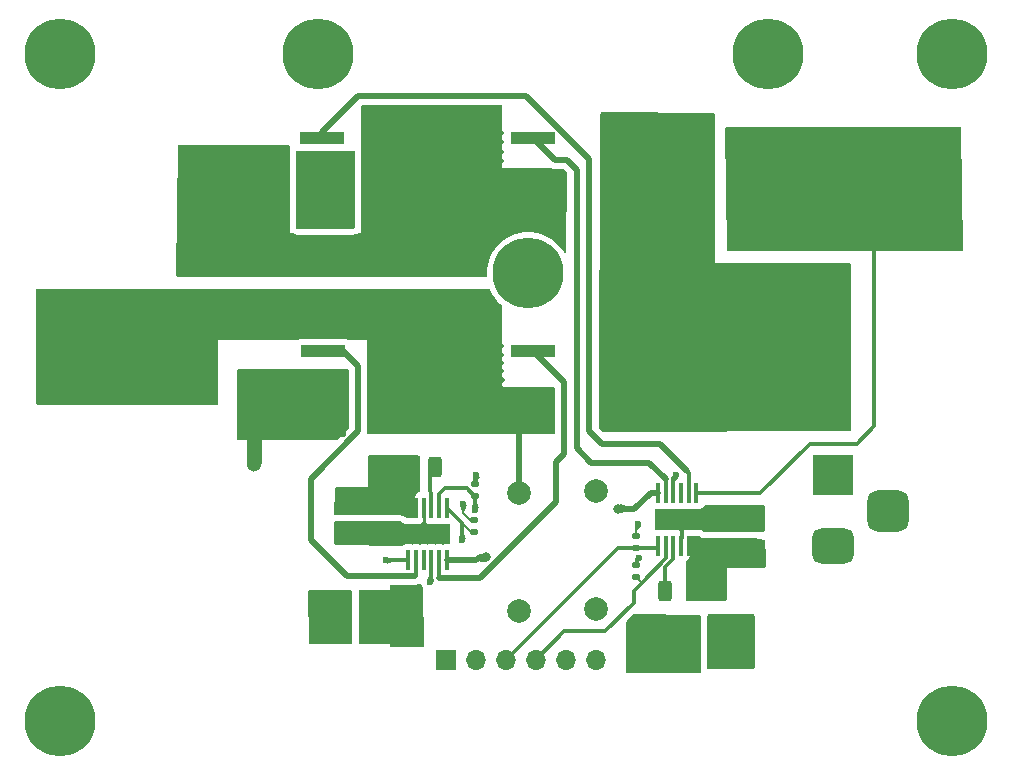
<source format=gtl>
G04 #@! TF.GenerationSoftware,KiCad,Pcbnew,8.0.4*
G04 #@! TF.CreationDate,2024-11-20T17:04:54-05:00*
G04 #@! TF.ProjectId,big_hbridge,6269675f-6862-4726-9964-67652e6b6963,rev?*
G04 #@! TF.SameCoordinates,Original*
G04 #@! TF.FileFunction,Copper,L1,Top*
G04 #@! TF.FilePolarity,Positive*
%FSLAX46Y46*%
G04 Gerber Fmt 4.6, Leading zero omitted, Abs format (unit mm)*
G04 Created by KiCad (PCBNEW 8.0.4) date 2024-11-20 17:04:54*
%MOMM*%
%LPD*%
G01*
G04 APERTURE LIST*
G04 Aperture macros list*
%AMRoundRect*
0 Rectangle with rounded corners*
0 $1 Rounding radius*
0 $2 $3 $4 $5 $6 $7 $8 $9 X,Y pos of 4 corners*
0 Add a 4 corners polygon primitive as box body*
4,1,4,$2,$3,$4,$5,$6,$7,$8,$9,$2,$3,0*
0 Add four circle primitives for the rounded corners*
1,1,$1+$1,$2,$3*
1,1,$1+$1,$4,$5*
1,1,$1+$1,$6,$7*
1,1,$1+$1,$8,$9*
0 Add four rect primitives between the rounded corners*
20,1,$1+$1,$2,$3,$4,$5,0*
20,1,$1+$1,$4,$5,$6,$7,0*
20,1,$1+$1,$6,$7,$8,$9,0*
20,1,$1+$1,$8,$9,$2,$3,0*%
G04 Aperture macros list end*
G04 #@! TA.AperFunction,EtchedComponent*
%ADD10C,0.000000*%
G04 #@! TD*
G04 #@! TA.AperFunction,ComponentPad*
%ADD11O,4.000000X5.500000*%
G04 #@! TD*
G04 #@! TA.AperFunction,SMDPad,CuDef*
%ADD12RoundRect,0.250000X-0.312500X-0.625000X0.312500X-0.625000X0.312500X0.625000X-0.312500X0.625000X0*%
G04 #@! TD*
G04 #@! TA.AperFunction,ComponentPad*
%ADD13R,3.500000X3.500000*%
G04 #@! TD*
G04 #@! TA.AperFunction,ComponentPad*
%ADD14RoundRect,0.750000X1.000000X-0.750000X1.000000X0.750000X-1.000000X0.750000X-1.000000X-0.750000X0*%
G04 #@! TD*
G04 #@! TA.AperFunction,ComponentPad*
%ADD15RoundRect,0.875000X0.875000X-0.875000X0.875000X0.875000X-0.875000X0.875000X-0.875000X-0.875000X0*%
G04 #@! TD*
G04 #@! TA.AperFunction,ComponentPad*
%ADD16C,2.000000*%
G04 #@! TD*
G04 #@! TA.AperFunction,SMDPad,CuDef*
%ADD17RoundRect,0.135000X0.185000X-0.135000X0.185000X0.135000X-0.185000X0.135000X-0.185000X-0.135000X0*%
G04 #@! TD*
G04 #@! TA.AperFunction,ComponentPad*
%ADD18R,1.700000X1.700000*%
G04 #@! TD*
G04 #@! TA.AperFunction,ComponentPad*
%ADD19O,1.700000X1.700000*%
G04 #@! TD*
G04 #@! TA.AperFunction,SMDPad,CuDef*
%ADD20R,1.150000X1.450000*%
G04 #@! TD*
G04 #@! TA.AperFunction,SMDPad,CuDef*
%ADD21R,4.150000X4.650000*%
G04 #@! TD*
G04 #@! TA.AperFunction,SMDPad,CuDef*
%ADD22R,0.431800X1.701800*%
G04 #@! TD*
G04 #@! TA.AperFunction,SMDPad,CuDef*
%ADD23R,2.946400X1.752600*%
G04 #@! TD*
G04 #@! TA.AperFunction,SMDPad,CuDef*
%ADD24RoundRect,0.250000X0.650000X-0.325000X0.650000X0.325000X-0.650000X0.325000X-0.650000X-0.325000X0*%
G04 #@! TD*
G04 #@! TA.AperFunction,ComponentPad*
%ADD25C,6.000000*%
G04 #@! TD*
G04 #@! TA.AperFunction,SMDPad,CuDef*
%ADD26R,7.880000X6.390000*%
G04 #@! TD*
G04 #@! TA.AperFunction,SMDPad,CuDef*
%ADD27RoundRect,0.132500X-1.757500X-0.397500X1.757500X-0.397500X1.757500X0.397500X-1.757500X0.397500X0*%
G04 #@! TD*
G04 #@! TA.AperFunction,SMDPad,CuDef*
%ADD28RoundRect,0.250000X0.312500X0.625000X-0.312500X0.625000X-0.312500X-0.625000X0.312500X-0.625000X0*%
G04 #@! TD*
G04 #@! TA.AperFunction,SMDPad,CuDef*
%ADD29RoundRect,0.147500X0.172500X-0.147500X0.172500X0.147500X-0.172500X0.147500X-0.172500X-0.147500X0*%
G04 #@! TD*
G04 #@! TA.AperFunction,SMDPad,CuDef*
%ADD30RoundRect,0.250000X-0.650000X0.325000X-0.650000X-0.325000X0.650000X-0.325000X0.650000X0.325000X0*%
G04 #@! TD*
G04 #@! TA.AperFunction,ComponentPad*
%ADD31C,1.300000*%
G04 #@! TD*
G04 #@! TA.AperFunction,ViaPad*
%ADD32C,0.500000*%
G04 #@! TD*
G04 #@! TA.AperFunction,ViaPad*
%ADD33C,0.600000*%
G04 #@! TD*
G04 #@! TA.AperFunction,ViaPad*
%ADD34C,0.800000*%
G04 #@! TD*
G04 #@! TA.AperFunction,Conductor*
%ADD35C,0.250000*%
G04 #@! TD*
G04 #@! TA.AperFunction,Conductor*
%ADD36C,0.300000*%
G04 #@! TD*
G04 #@! TA.AperFunction,Conductor*
%ADD37C,0.500000*%
G04 #@! TD*
G04 #@! TA.AperFunction,Conductor*
%ADD38C,0.200000*%
G04 #@! TD*
G04 APERTURE END LIST*
D10*
G04 #@! TA.AperFunction,EtchedComponent*
G36*
X20650000Y-38200000D02*
G01*
X19350000Y-38200000D01*
X19350000Y-35600000D01*
X20650000Y-35600000D01*
X20650000Y-38200000D01*
G37*
G04 #@! TD.AperFunction*
D11*
X63157671Y-28402415D03*
X76157671Y-15722415D03*
D12*
X32337499Y-38462499D03*
X35262499Y-38462499D03*
D13*
X68950000Y-39200000D03*
D14*
X68950000Y-45200000D03*
D15*
X73650000Y-42200000D03*
D16*
X48937501Y-50537501D03*
X48937501Y-40537501D03*
D17*
X38700000Y-40955000D03*
X38700000Y-39935000D03*
D18*
X36220000Y-54800000D03*
D19*
X38760000Y-54800000D03*
X41300000Y-54800000D03*
X43840000Y-54800000D03*
X46380000Y-54800000D03*
X48920000Y-54800000D03*
D20*
X59250000Y-52515000D03*
X59250000Y-54485000D03*
D21*
X55500000Y-53500000D03*
D22*
X36287500Y-41927299D03*
X35637498Y-41927299D03*
X34987500Y-41927299D03*
X34337501Y-41927299D03*
X33687500Y-41927299D03*
X33037501Y-41927299D03*
X33037498Y-46397699D03*
X33687500Y-46397699D03*
X34337498Y-46397699D03*
X34987497Y-46397699D03*
X35637498Y-46397699D03*
X36287497Y-46397699D03*
D23*
X34662499Y-44162499D03*
D24*
X28150000Y-44050000D03*
X28150000Y-41100000D03*
D25*
X3500000Y-60000000D03*
D26*
X36500000Y-13200000D03*
D27*
X25750000Y-10660000D03*
X25750000Y-15740000D03*
D20*
X27100000Y-52135000D03*
X27100000Y-50165000D03*
D21*
X30850000Y-51150000D03*
D16*
X42400000Y-50700000D03*
X42400000Y-40700000D03*
D26*
X54350000Y-31200000D03*
D27*
X43600000Y-28660000D03*
X43600000Y-33740000D03*
D25*
X79050000Y-3500000D03*
D28*
X57725000Y-49000000D03*
X54800000Y-49000000D03*
D29*
X52300000Y-47785000D03*
X52300000Y-46815000D03*
D30*
X61900000Y-42975000D03*
X61900000Y-45925000D03*
D25*
X3500000Y-3500000D03*
D22*
X54174999Y-45135200D03*
X54825001Y-45135200D03*
X55474999Y-45135200D03*
X56124998Y-45135200D03*
X56774999Y-45135200D03*
X57424998Y-45135200D03*
X57425001Y-40664800D03*
X56774999Y-40664800D03*
X56125001Y-40664800D03*
X55475002Y-40664800D03*
X54825001Y-40664800D03*
X54175002Y-40664800D03*
D23*
X55800000Y-42900000D03*
D26*
X36550000Y-31200000D03*
D27*
X25800000Y-28660000D03*
X25800000Y-33740000D03*
D11*
X6400000Y-28000000D03*
X19400000Y-15320000D03*
D25*
X79050000Y-60000000D03*
D26*
X54350000Y-13200000D03*
D27*
X43600000Y-10660000D03*
X43600000Y-15740000D03*
D25*
X63500000Y-3500000D03*
X43180000Y-22100000D03*
D17*
X38600000Y-44010000D03*
X38600000Y-42990000D03*
X52350000Y-45310000D03*
X52350000Y-44290000D03*
D25*
X25400000Y-3500000D03*
D31*
X20000000Y-38200000D03*
X20000000Y-35600000D03*
D32*
X38400000Y-33100000D03*
X33500000Y-30200000D03*
X32200000Y-34200000D03*
X38400000Y-29300000D03*
X34800000Y-32100000D03*
X39500000Y-29300000D03*
X39500000Y-33100000D03*
X37100000Y-27500000D03*
X37200000Y-29300000D03*
X32200000Y-33400000D03*
X39900000Y-27500000D03*
X32200000Y-29800000D03*
X38400000Y-31200000D03*
X40900000Y-29000000D03*
X33800000Y-34900000D03*
X39500000Y-30200000D03*
X33200000Y-27600000D03*
X40900000Y-29700000D03*
X39500000Y-31200000D03*
X41000000Y-32500000D03*
X37500000Y-34900000D03*
X35500000Y-27500000D03*
X32200000Y-34900000D03*
X34600000Y-34900000D03*
X40900000Y-28200000D03*
X36000000Y-29300000D03*
X39200000Y-34900000D03*
X34800000Y-33100000D03*
X36000000Y-32100000D03*
D33*
X34900000Y-48200000D03*
D32*
X33500000Y-29300000D03*
X32200000Y-31900000D03*
X32200000Y-31200000D03*
X37200000Y-32100000D03*
X37200000Y-33100000D03*
X33500000Y-31200000D03*
D33*
X41100000Y-34800000D03*
D32*
X39200000Y-27500000D03*
X35400000Y-34900000D03*
X33000000Y-34900000D03*
X34000000Y-27500000D03*
X32400000Y-27600000D03*
X32200000Y-32600000D03*
X33500000Y-32100000D03*
X36700000Y-34900000D03*
X40600000Y-27500000D03*
X36000000Y-31200000D03*
X34800000Y-29300000D03*
X36100000Y-34900000D03*
X37200000Y-31200000D03*
X32200000Y-30500000D03*
X41000000Y-31100000D03*
X40900000Y-30400000D03*
X40900000Y-31800000D03*
X38300000Y-34900000D03*
X34700000Y-27500000D03*
X38400000Y-30200000D03*
X40800000Y-34000000D03*
X38400000Y-27500000D03*
X32200000Y-28300000D03*
X38400000Y-32100000D03*
X39500000Y-32100000D03*
X34800000Y-31200000D03*
X37200000Y-30200000D03*
X34800000Y-30200000D03*
X40900000Y-33300000D03*
X32200000Y-29100000D03*
X37700000Y-27500000D03*
X36000000Y-30200000D03*
X36000000Y-33100000D03*
X40000000Y-34900000D03*
X36300000Y-27500000D03*
X33500000Y-33100000D03*
X39500000Y-9500000D03*
X39500000Y-12000000D03*
X40900000Y-11000000D03*
X33200000Y-9500000D03*
X32200000Y-16000000D03*
X34900000Y-16800000D03*
X37600000Y-16800000D03*
X36000000Y-13000000D03*
X37200000Y-13000000D03*
X38400000Y-13000000D03*
X38400000Y-12000000D03*
X38400000Y-14900000D03*
X33100000Y-16800000D03*
X32300000Y-9500000D03*
X40900000Y-13500000D03*
X34000000Y-16800000D03*
X40900000Y-10200000D03*
X34100000Y-9500000D03*
X36800000Y-9500000D03*
D34*
X39100000Y-20100000D03*
D32*
X40900000Y-15100000D03*
X40300000Y-9500000D03*
X39500000Y-14900000D03*
X33500000Y-12000000D03*
X40900000Y-16000000D03*
X34800000Y-13000000D03*
X32200000Y-13500000D03*
X38500000Y-16800000D03*
X32200000Y-15200000D03*
X39300000Y-16800000D03*
X32200000Y-11100000D03*
X32200000Y-10300000D03*
X40900000Y-12600000D03*
X34800000Y-13900000D03*
X39500000Y-13000000D03*
X39500000Y-13900000D03*
X37200000Y-14900000D03*
X38400000Y-11100000D03*
D33*
X55700000Y-39200000D03*
D32*
X40900000Y-16800000D03*
X36000000Y-11100000D03*
X35000000Y-9500000D03*
X32200000Y-11900000D03*
X33500000Y-11100000D03*
X36700000Y-16800000D03*
X38400000Y-13900000D03*
X33500000Y-13900000D03*
X32200000Y-16800000D03*
X32200000Y-14300000D03*
X34800000Y-11100000D03*
X40100000Y-16800000D03*
X37200000Y-11100000D03*
X34800000Y-12000000D03*
X36000000Y-12000000D03*
X36000000Y-14900000D03*
X37700000Y-9500000D03*
X38600000Y-9500000D03*
X40900000Y-14300000D03*
D33*
X43900000Y-18400000D03*
D32*
X35900000Y-9500000D03*
X39500000Y-11100000D03*
X34800000Y-14900000D03*
X40900000Y-11800000D03*
X33500000Y-14900000D03*
X33500000Y-13000000D03*
X32200000Y-12700000D03*
X36000000Y-13900000D03*
X37200000Y-13900000D03*
X35800000Y-16800000D03*
X37200000Y-12000000D03*
D33*
X31100000Y-46400000D03*
X22500000Y-32700000D03*
X64000000Y-13700000D03*
X26000000Y-13700000D03*
X66000000Y-14700000D03*
X26500000Y-32700000D03*
X22500000Y-30700000D03*
X26000000Y-14700000D03*
X67000000Y-15700000D03*
X23500000Y-34700000D03*
X65000000Y-16700000D03*
X66000000Y-15700000D03*
X22500000Y-34700000D03*
X25500000Y-31700000D03*
X67000000Y-11700000D03*
X64000000Y-15700000D03*
X65000000Y-11700000D03*
X26500000Y-30700000D03*
X67000000Y-16700000D03*
X64000000Y-18700000D03*
X26500000Y-34700000D03*
X62900000Y-18700000D03*
X25000000Y-14700000D03*
X26500000Y-35700000D03*
X27000000Y-12700000D03*
X25000000Y-13700000D03*
X65000000Y-15700000D03*
X65000000Y-12700000D03*
X67000000Y-17700000D03*
X27500000Y-35700000D03*
X28000000Y-13700000D03*
X67000000Y-13700000D03*
X25500000Y-34700000D03*
X62900000Y-14700000D03*
X28000000Y-17800000D03*
X22500000Y-33700000D03*
X22500000Y-35700000D03*
X25000000Y-12700000D03*
X23500000Y-35700000D03*
X64000000Y-17700000D03*
X24000000Y-13700000D03*
X27500000Y-31700000D03*
X27500000Y-34700000D03*
X66000000Y-13700000D03*
X64000000Y-14700000D03*
X25500000Y-30700000D03*
X25000000Y-16800000D03*
X24000000Y-17800000D03*
X65000000Y-18700000D03*
X24000000Y-14700000D03*
X23500000Y-32700000D03*
X24500000Y-31700000D03*
X66000000Y-18700000D03*
X22500000Y-31700000D03*
X62900000Y-17700000D03*
X65000000Y-13700000D03*
X24000000Y-16800000D03*
X26500000Y-31700000D03*
X24000000Y-12700000D03*
X28000000Y-14700000D03*
X25500000Y-32700000D03*
X24500000Y-35700000D03*
X66000000Y-16700000D03*
X64000000Y-11700000D03*
X27000000Y-16800000D03*
X25000000Y-17800000D03*
X24500000Y-30700000D03*
X64000000Y-16700000D03*
X62900000Y-16700000D03*
X62900000Y-13700000D03*
X65000000Y-14700000D03*
X66000000Y-12700000D03*
X66000000Y-11700000D03*
X25500000Y-35700000D03*
X28000000Y-16800000D03*
X27500000Y-30700000D03*
X28000000Y-12700000D03*
X26000000Y-12700000D03*
X66000000Y-17700000D03*
X67000000Y-14700000D03*
X67000000Y-18700000D03*
X27000000Y-17800000D03*
X23500000Y-31700000D03*
X27000000Y-14700000D03*
X65000000Y-17700000D03*
X26000000Y-16800000D03*
X62900000Y-12700000D03*
X27500000Y-32700000D03*
X62900000Y-11700000D03*
X64000000Y-12700000D03*
X27000000Y-13700000D03*
X24500000Y-32700000D03*
X67000000Y-12700000D03*
X26000000Y-17800000D03*
X23500000Y-30700000D03*
X24500000Y-34700000D03*
X62900000Y-15700000D03*
D32*
X57400000Y-14000000D03*
X50000000Y-30400000D03*
X57000000Y-27700000D03*
X56300000Y-14000000D03*
X53800000Y-30000000D03*
X53800000Y-9600000D03*
X52700000Y-27700000D03*
X56300000Y-12100000D03*
X58100000Y-16900000D03*
X55100000Y-15000000D03*
X55100000Y-13100000D03*
X56700000Y-16900000D03*
X53900000Y-11200000D03*
X56000000Y-9600000D03*
X57400000Y-15000000D03*
X56200000Y-31900000D03*
X55300000Y-9600000D03*
X52700000Y-15000000D03*
X53800000Y-29100000D03*
X56700000Y-9600000D03*
X50000000Y-27600000D03*
X50600000Y-9600000D03*
X56200000Y-27700000D03*
X58700000Y-10800000D03*
X55100000Y-14000000D03*
X56300000Y-15000000D03*
X58700000Y-12900000D03*
X50100000Y-13300000D03*
X52600000Y-30000000D03*
X51300000Y-31900000D03*
X55000000Y-31900000D03*
X56800000Y-34800000D03*
X58600000Y-27700000D03*
X55100000Y-12100000D03*
X55400000Y-27700000D03*
X52200000Y-34800000D03*
X55300000Y-34800000D03*
X52600000Y-32900000D03*
X52200000Y-9600000D03*
X50300000Y-16900000D03*
X50600000Y-34800000D03*
X58700000Y-11400000D03*
X49900000Y-32600000D03*
X57400000Y-11200000D03*
X57500000Y-9600000D03*
X58700000Y-13600000D03*
X49900000Y-28300000D03*
X57300000Y-31900000D03*
X50900000Y-27500000D03*
X52700000Y-11200000D03*
X53900000Y-14000000D03*
X53800000Y-31000000D03*
X50000000Y-10200000D03*
X56200000Y-30000000D03*
X55000000Y-31000000D03*
X52600000Y-29100000D03*
X51800000Y-27600000D03*
X55000000Y-30000000D03*
X58700000Y-15700000D03*
X57400000Y-12100000D03*
X58700000Y-33500000D03*
X50000000Y-15400000D03*
X49900000Y-34000000D03*
X51400000Y-14000000D03*
X54000000Y-16900000D03*
X58700000Y-15000000D03*
X53200000Y-16900000D03*
X52700000Y-12100000D03*
X56200000Y-32900000D03*
X52600000Y-31000000D03*
X58700000Y-12100000D03*
X58700000Y-34300000D03*
X55100000Y-11200000D03*
X53600000Y-34800000D03*
X55000000Y-29100000D03*
X50100000Y-12500000D03*
X54500000Y-9600000D03*
X57300000Y-30000000D03*
X53900000Y-12100000D03*
X56100000Y-34800000D03*
X57300000Y-31000000D03*
X57800000Y-27700000D03*
X58700000Y-28600000D03*
X50100000Y-11000000D03*
X57500000Y-34800000D03*
X51300000Y-31000000D03*
X58200000Y-9600000D03*
X52600000Y-31900000D03*
X53800000Y-31900000D03*
X53900000Y-13100000D03*
X51300000Y-32900000D03*
X50000000Y-28900000D03*
X52900000Y-34800000D03*
X50000000Y-13900000D03*
X51400000Y-9600000D03*
X51700000Y-16900000D03*
X50000000Y-31900000D03*
X51400000Y-12100000D03*
X49700000Y-16700000D03*
X49900000Y-31100000D03*
X52400000Y-16900000D03*
X51400000Y-13100000D03*
X51000000Y-16900000D03*
X50000000Y-14700000D03*
X56000000Y-16900000D03*
X52700000Y-14000000D03*
X51400000Y-34800000D03*
X58700000Y-32700000D03*
X51300000Y-30000000D03*
X56200000Y-31000000D03*
X58700000Y-31000000D03*
X54500000Y-27700000D03*
X50000000Y-33300000D03*
X50100000Y-11700000D03*
X49800000Y-34800000D03*
X57400000Y-16900000D03*
X54500000Y-34800000D03*
X52700000Y-13100000D03*
X51400000Y-15000000D03*
X53000000Y-9600000D03*
X57400000Y-13100000D03*
X57300000Y-29100000D03*
X53600000Y-27600000D03*
X58700000Y-31800000D03*
X57300000Y-32900000D03*
X58700000Y-29400000D03*
X56300000Y-11200000D03*
X53800000Y-32900000D03*
X50000000Y-29600000D03*
X58700000Y-10100000D03*
X56300000Y-13100000D03*
X58200000Y-34800000D03*
X55000000Y-32900000D03*
X58700000Y-30200000D03*
X58700000Y-14300000D03*
X55300000Y-16900000D03*
X51300000Y-29100000D03*
X56200000Y-29100000D03*
X51400000Y-11200000D03*
X50000000Y-16100000D03*
X54700000Y-16900000D03*
X58700000Y-16400000D03*
X53900000Y-15000000D03*
D33*
X31600000Y-41800000D03*
X59900000Y-45000000D03*
X31600000Y-40800000D03*
D34*
X25400000Y-52500000D03*
D33*
X59000000Y-46000000D03*
D34*
X61450000Y-52850000D03*
D33*
X30500000Y-41800000D03*
D34*
X61400000Y-54350000D03*
X25350000Y-49650000D03*
X61450000Y-51600000D03*
X25350000Y-51100000D03*
D33*
X59100000Y-47200000D03*
X30500000Y-40800000D03*
X59900000Y-46100000D03*
X58884690Y-44961563D03*
D34*
X36100000Y-44100000D03*
D33*
X31700000Y-43600000D03*
D34*
X56300000Y-42900000D03*
D33*
X30800000Y-43600000D03*
D34*
X33100000Y-44100000D03*
D33*
X58500000Y-42200000D03*
D34*
X57300000Y-42900000D03*
D33*
X30800000Y-44500000D03*
X52500000Y-43300000D03*
X60100000Y-42200000D03*
X30000000Y-44500000D03*
D34*
X34100000Y-44100000D03*
D33*
X52550000Y-46150000D03*
X37700000Y-41600000D03*
X58500000Y-43500000D03*
X30000000Y-43600000D03*
D34*
X54500000Y-42900000D03*
D33*
X31700000Y-44600000D03*
X60100000Y-43500000D03*
X38800000Y-39200000D03*
D34*
X55400000Y-42900000D03*
D33*
X59400000Y-42800000D03*
D34*
X35100000Y-44100000D03*
D33*
X37600000Y-44700000D03*
X38700000Y-42100000D03*
D34*
X33700000Y-51500000D03*
X33700000Y-50300000D03*
X39600000Y-46100000D03*
X33750000Y-49250000D03*
X52300000Y-52450000D03*
X52300000Y-51350000D03*
X52300000Y-53600000D03*
X50800000Y-42000000D03*
X52300000Y-54700000D03*
D35*
X34337501Y-43837501D02*
X34662499Y-44162499D01*
X34337501Y-41927299D02*
X34337501Y-43837501D01*
D36*
X34987497Y-46397699D02*
X34987497Y-48112503D01*
X34987497Y-48112503D02*
X34900000Y-48200000D01*
D37*
X42400000Y-40700000D02*
X42400000Y-35200000D01*
D36*
X55475002Y-40664800D02*
X55475002Y-39424998D01*
X55475002Y-39424998D02*
X55700000Y-39200000D01*
X62835200Y-40664800D02*
X67000000Y-36500000D01*
X57425001Y-40664800D02*
X62835200Y-40664800D01*
X31102301Y-46397699D02*
X31100000Y-46400000D01*
X67000000Y-36500000D02*
X71000000Y-36500000D01*
X72500000Y-35000000D02*
X72500000Y-19950000D01*
X71000000Y-36500000D02*
X72500000Y-35000000D01*
X33037498Y-46397699D02*
X31102301Y-46397699D01*
X56774999Y-45135200D02*
X57424998Y-45135200D01*
X57725000Y-45435202D02*
X57424998Y-45135200D01*
X57725000Y-49000000D02*
X57725000Y-45435202D01*
D38*
X52300000Y-46980000D02*
X52300000Y-46400000D01*
X38600000Y-42990000D02*
X38290000Y-42990000D01*
X52300000Y-46400000D02*
X52550000Y-46150000D01*
X52350000Y-44290000D02*
X52350000Y-43450000D01*
X37700000Y-42400000D02*
X37700000Y-41600000D01*
D36*
X34337501Y-43837501D02*
X35100000Y-44100000D01*
D38*
X52350000Y-43450000D02*
X52500000Y-43300000D01*
D36*
X55400000Y-42900000D02*
X55800000Y-42900000D01*
X56124998Y-45135200D02*
X56300000Y-42900000D01*
D38*
X38290000Y-42990000D02*
X37700000Y-42400000D01*
D36*
X56124998Y-43224998D02*
X55400000Y-42900000D01*
X35100000Y-44100000D02*
X34662499Y-44162499D01*
X38700000Y-39300000D02*
X38800000Y-39200000D01*
X56300000Y-42900000D02*
X56124998Y-43224998D01*
X34100000Y-44100000D02*
X34337501Y-43837501D01*
X38700000Y-39935000D02*
X38700000Y-39300000D01*
D37*
X35662499Y-47862499D02*
X39137501Y-47862499D01*
X46200000Y-31260000D02*
X43600000Y-28660000D01*
X45509102Y-38063900D02*
X46200000Y-37373002D01*
X45509102Y-41490898D02*
X45509102Y-38063900D01*
D36*
X35637498Y-46397699D02*
X35637498Y-47837498D01*
D37*
X46200000Y-37373002D02*
X46200000Y-31260000D01*
D36*
X35637498Y-47837498D02*
X35662499Y-47862499D01*
D37*
X39137501Y-47862499D02*
X45509102Y-41490898D01*
X33573600Y-47698599D02*
X27798599Y-47698599D01*
X28800000Y-35460661D02*
X28800000Y-29970000D01*
X24800000Y-44700000D02*
X24800000Y-39460661D01*
D36*
X33687500Y-46397699D02*
X33687500Y-47548599D01*
D37*
X27490000Y-28660000D02*
X25600000Y-28660000D01*
D36*
X33687500Y-47548599D02*
X33573600Y-47662499D01*
D37*
X27798599Y-47698599D02*
X24800000Y-44700000D01*
X24800000Y-39460661D02*
X28800000Y-35460661D01*
X28800000Y-29970000D02*
X27490000Y-28660000D01*
X45440000Y-12500000D02*
X46500000Y-12500000D01*
D36*
X54825001Y-40664800D02*
X54825001Y-39513900D01*
D37*
X53448602Y-38137501D02*
X54825001Y-39513900D01*
X47300000Y-13300000D02*
X47300000Y-36900000D01*
X48537501Y-38137501D02*
X53448602Y-38137501D01*
X46500000Y-12500000D02*
X47300000Y-13300000D01*
X47300000Y-36900000D02*
X48537501Y-38137501D01*
X43600000Y-10660000D02*
X45440000Y-12500000D01*
X25750000Y-10660000D02*
X25750000Y-10150000D01*
X28800000Y-7100000D02*
X43022452Y-7100000D01*
X54300000Y-36500000D02*
X56662499Y-38862499D01*
X48300000Y-35400000D02*
X49400000Y-36500000D01*
X43022452Y-7100000D02*
X48300000Y-12377548D01*
D36*
X56774999Y-40664800D02*
X56774999Y-38974999D01*
D37*
X49400000Y-36500000D02*
X54300000Y-36500000D01*
X48300000Y-12377548D02*
X48300000Y-35400000D01*
X25750000Y-10150000D02*
X28800000Y-7100000D01*
D36*
X56774999Y-38974999D02*
X56662499Y-38862499D01*
X34987500Y-41927299D02*
X34987500Y-40676884D01*
X34836383Y-38888615D02*
X35262499Y-38462499D01*
X34987500Y-40676884D02*
X34836383Y-40525767D01*
X34836383Y-40525767D02*
X34836383Y-38888615D01*
X55474999Y-45135200D02*
X55474999Y-46286100D01*
X54800000Y-46961099D02*
X54800000Y-49000000D01*
X55474999Y-46286100D02*
X54800000Y-46961099D01*
X54174999Y-45135200D02*
X53990199Y-45320000D01*
X53990199Y-45320000D02*
X52500000Y-45320000D01*
X52500000Y-45320000D02*
X50780000Y-45320000D01*
X50780000Y-45320000D02*
X41300000Y-54800000D01*
X52100000Y-50000000D02*
X49700000Y-52400000D01*
X54825001Y-45135200D02*
X54825001Y-46228992D01*
D38*
X52300000Y-47800000D02*
X52776997Y-48276997D01*
D36*
X49700000Y-52400000D02*
X46240000Y-52400000D01*
X52100000Y-48953993D02*
X52100000Y-50000000D01*
X52776997Y-48276997D02*
X52100000Y-48953993D01*
X52776997Y-48276997D02*
X54825001Y-46228992D01*
X46240000Y-52400000D02*
X43840000Y-54800000D01*
D38*
X38370201Y-44010000D02*
X37600000Y-43239799D01*
D36*
X37600000Y-43239799D02*
X36287500Y-41927299D01*
X37600000Y-43400000D02*
X37600000Y-43239799D01*
D38*
X38600000Y-44010000D02*
X38370201Y-44010000D01*
D36*
X37600000Y-44700000D02*
X37600000Y-43400000D01*
X36147999Y-40300000D02*
X35637498Y-40810501D01*
X38000000Y-40300000D02*
X36147999Y-40300000D01*
X38700000Y-42100000D02*
X38700000Y-41000000D01*
X38700000Y-41000000D02*
X38000000Y-40300000D01*
X35637498Y-40810501D02*
X35637498Y-41927299D01*
D37*
X38802301Y-46397699D02*
X36303398Y-46397699D01*
X39100000Y-46100000D02*
X38802301Y-46397699D01*
X39600000Y-46100000D02*
X39100000Y-46100000D01*
X50862499Y-42062499D02*
X50800000Y-42000000D01*
X52162499Y-42062499D02*
X50862499Y-42062499D01*
X52162499Y-42062499D02*
X53560198Y-40664800D01*
X53560198Y-40664800D02*
X54159101Y-40664800D01*
G04 #@! TA.AperFunction,Conductor*
G36*
X58876639Y-8499364D02*
G01*
X58943576Y-8519394D01*
X58989058Y-8572433D01*
X59000000Y-8623362D01*
X59000000Y-21200000D01*
X70376000Y-21200000D01*
X70443039Y-21219685D01*
X70488794Y-21272489D01*
X70500000Y-21324000D01*
X70500000Y-35326290D01*
X70480315Y-35393329D01*
X70427511Y-35439084D01*
X70376291Y-35450290D01*
X49512287Y-35499266D01*
X49445202Y-35479739D01*
X49424315Y-35462947D01*
X49237470Y-35276102D01*
X49203985Y-35214779D01*
X49201153Y-35187977D01*
X49299540Y-8574176D01*
X49319472Y-8507213D01*
X49372445Y-8461654D01*
X49424177Y-8450640D01*
X58876639Y-8499364D01*
G37*
G04 #@! TD.AperFunction*
G04 #@! TA.AperFunction,Conductor*
G36*
X32359746Y-43078475D02*
G01*
X32426679Y-43098498D01*
X32458377Y-43128160D01*
X32464056Y-43135746D01*
X32579265Y-43221992D01*
X32579272Y-43221996D01*
X32624219Y-43238760D01*
X32714118Y-43272290D01*
X32773728Y-43278699D01*
X33301273Y-43278698D01*
X33326617Y-43275973D01*
X33349247Y-43273541D01*
X33375753Y-43273541D01*
X33423727Y-43278699D01*
X33951272Y-43278698D01*
X34010883Y-43272290D01*
X34145731Y-43221995D01*
X34260946Y-43135745D01*
X34260945Y-43135745D01*
X34263189Y-43134066D01*
X34328653Y-43109648D01*
X34396926Y-43124499D01*
X34411811Y-43134066D01*
X34529264Y-43221992D01*
X34529271Y-43221996D01*
X34574218Y-43238760D01*
X34664117Y-43272290D01*
X34723727Y-43278699D01*
X35251272Y-43278698D01*
X35251274Y-43278697D01*
X35251287Y-43278697D01*
X35281125Y-43275488D01*
X35299245Y-43273541D01*
X35325751Y-43273541D01*
X35373725Y-43278699D01*
X35901270Y-43278698D01*
X35949252Y-43273540D01*
X35975752Y-43273540D01*
X36023727Y-43278699D01*
X36476000Y-43278698D01*
X36543039Y-43298382D01*
X36588794Y-43351186D01*
X36600000Y-43402698D01*
X36600000Y-44922299D01*
X36580315Y-44989338D01*
X36527511Y-45035093D01*
X36476000Y-45046299D01*
X36023726Y-45046299D01*
X36023715Y-45046300D01*
X35975748Y-45051456D01*
X35949245Y-45051456D01*
X35920676Y-45048385D01*
X35901271Y-45046299D01*
X35901265Y-45046299D01*
X35373727Y-45046299D01*
X35373721Y-45046300D01*
X35325750Y-45051457D01*
X35299244Y-45051457D01*
X35251270Y-45046299D01*
X35251262Y-45046299D01*
X34723726Y-45046299D01*
X34723715Y-45046300D01*
X34675748Y-45051456D01*
X34649245Y-45051456D01*
X34620676Y-45048385D01*
X34601271Y-45046299D01*
X34601265Y-45046299D01*
X34073727Y-45046299D01*
X34073723Y-45046300D01*
X34041451Y-45049769D01*
X34025753Y-45051457D01*
X33999247Y-45051457D01*
X33951273Y-45046299D01*
X33951265Y-45046299D01*
X33423729Y-45046299D01*
X33423723Y-45046300D01*
X33375753Y-45051457D01*
X33349247Y-45051457D01*
X33340641Y-45050531D01*
X33301271Y-45046299D01*
X33301264Y-45046299D01*
X32773727Y-45046299D01*
X32773721Y-45046300D01*
X32714114Y-45052707D01*
X32579269Y-45103001D01*
X32579265Y-45103004D01*
X32566317Y-45112696D01*
X32500852Y-45137110D01*
X32490123Y-45137412D01*
X26872112Y-45051859D01*
X26805380Y-45031156D01*
X26760434Y-44977661D01*
X26750000Y-44927873D01*
X26750000Y-43174630D01*
X26769685Y-43107591D01*
X26822489Y-43061836D01*
X26874626Y-43050632D01*
X32359746Y-43078475D01*
G37*
G04 #@! TD.AperFunction*
G04 #@! TA.AperFunction,Conductor*
G36*
X62293039Y-50969685D02*
G01*
X62338794Y-51022489D01*
X62350000Y-51074000D01*
X62350000Y-55476000D01*
X62330315Y-55543039D01*
X62277511Y-55588794D01*
X62226000Y-55600000D01*
X58474000Y-55600000D01*
X58406961Y-55580315D01*
X58361206Y-55527511D01*
X58350000Y-55476000D01*
X58350000Y-51074000D01*
X58369685Y-51006961D01*
X58422489Y-50961206D01*
X58474000Y-50950000D01*
X62226000Y-50950000D01*
X62293039Y-50969685D01*
G37*
G04 #@! TD.AperFunction*
G04 #@! TA.AperFunction,Conductor*
G36*
X63143039Y-41719685D02*
G01*
X63188794Y-41772489D01*
X63200000Y-41824000D01*
X63200000Y-43876000D01*
X63180315Y-43943039D01*
X63127511Y-43988794D01*
X63076000Y-44000000D01*
X58115345Y-44000000D01*
X58048306Y-43980315D01*
X58016080Y-43950313D01*
X57998444Y-43926754D01*
X57975607Y-43909658D01*
X57883233Y-43840506D01*
X57883226Y-43840502D01*
X57748384Y-43790210D01*
X57748383Y-43790209D01*
X57748381Y-43790209D01*
X57688771Y-43783800D01*
X57688761Y-43783800D01*
X57161227Y-43783800D01*
X57161216Y-43783801D01*
X57113249Y-43788957D01*
X57086746Y-43788957D01*
X57058177Y-43785886D01*
X57038772Y-43783800D01*
X57038766Y-43783800D01*
X56511228Y-43783800D01*
X56511222Y-43783801D01*
X56451615Y-43790208D01*
X56316770Y-43840502D01*
X56316768Y-43840504D01*
X56199310Y-43928433D01*
X56133846Y-43952850D01*
X56065573Y-43937999D01*
X56050688Y-43928433D01*
X55980646Y-43876000D01*
X55933230Y-43840504D01*
X55933228Y-43840503D01*
X55933227Y-43840502D01*
X55798385Y-43790210D01*
X55798384Y-43790209D01*
X55798382Y-43790209D01*
X55738772Y-43783800D01*
X55738762Y-43783800D01*
X55211228Y-43783800D01*
X55211224Y-43783801D01*
X55178952Y-43787270D01*
X55163254Y-43788958D01*
X55136748Y-43788958D01*
X55088774Y-43783800D01*
X55088766Y-43783800D01*
X54561230Y-43783800D01*
X54561224Y-43783801D01*
X54513254Y-43788958D01*
X54486748Y-43788958D01*
X54473474Y-43787531D01*
X54438772Y-43783800D01*
X54438768Y-43783800D01*
X54024000Y-43783800D01*
X53956961Y-43764115D01*
X53911206Y-43711311D01*
X53900000Y-43659800D01*
X53900000Y-42140199D01*
X53919685Y-42073160D01*
X53972489Y-42027405D01*
X54023996Y-42016199D01*
X54438774Y-42016199D01*
X54464118Y-42013474D01*
X54486748Y-42011042D01*
X54513254Y-42011042D01*
X54561228Y-42016200D01*
X55088773Y-42016199D01*
X55114117Y-42013474D01*
X55136747Y-42011042D01*
X55163255Y-42011042D01*
X55211229Y-42016200D01*
X55738774Y-42016199D01*
X55764118Y-42013474D01*
X55786748Y-42011042D01*
X55813254Y-42011042D01*
X55861228Y-42016200D01*
X56388773Y-42016199D01*
X56388775Y-42016198D01*
X56388788Y-42016198D01*
X56418626Y-42012989D01*
X56436746Y-42011042D01*
X56463252Y-42011042D01*
X56511226Y-42016200D01*
X57038771Y-42016199D01*
X57086753Y-42011041D01*
X57113253Y-42011041D01*
X57161228Y-42016200D01*
X57688773Y-42016199D01*
X57748384Y-42009791D01*
X57883232Y-41959496D01*
X57998447Y-41873246D01*
X58073874Y-41772489D01*
X58090013Y-41750931D01*
X58092733Y-41752967D01*
X58130518Y-41715175D01*
X58189957Y-41700000D01*
X63076000Y-41700000D01*
X63143039Y-41719685D01*
G37*
G04 #@! TD.AperFunction*
G04 #@! TA.AperFunction,Conductor*
G36*
X40943039Y-7870185D02*
G01*
X40988794Y-7922989D01*
X41000000Y-7974500D01*
X41000000Y-13200000D01*
X45144135Y-13200000D01*
X45191587Y-13209438D01*
X45221087Y-13221658D01*
X45221091Y-13221658D01*
X45221092Y-13221659D01*
X45366079Y-13250500D01*
X45366082Y-13250500D01*
X45366083Y-13250500D01*
X45513917Y-13250500D01*
X46137770Y-13250500D01*
X46204809Y-13270185D01*
X46225451Y-13286819D01*
X46459235Y-13520603D01*
X46492720Y-13581926D01*
X46495547Y-13609632D01*
X46423369Y-20249900D01*
X46402957Y-20316721D01*
X46349658Y-20361900D01*
X46280396Y-20371091D01*
X46217159Y-20341377D01*
X46195381Y-20316087D01*
X46015852Y-20039635D01*
X45784952Y-19754498D01*
X45784949Y-19754494D01*
X45525506Y-19495051D01*
X45240366Y-19264149D01*
X45240364Y-19264147D01*
X44932656Y-19064320D01*
X44605739Y-18897746D01*
X44263206Y-18766260D01*
X44263199Y-18766258D01*
X43908794Y-18671295D01*
X43908790Y-18671294D01*
X43908789Y-18671294D01*
X43546405Y-18613898D01*
X43180001Y-18594696D01*
X43179999Y-18594696D01*
X42813594Y-18613898D01*
X42451211Y-18671294D01*
X42451209Y-18671294D01*
X42096793Y-18766260D01*
X41754260Y-18897746D01*
X41427343Y-19064320D01*
X41119635Y-19264147D01*
X40834498Y-19495047D01*
X40834490Y-19495054D01*
X40575054Y-19754490D01*
X40575047Y-19754498D01*
X40344147Y-20039635D01*
X40144320Y-20347343D01*
X39977746Y-20674260D01*
X39846260Y-21016793D01*
X39751294Y-21371209D01*
X39751294Y-21371211D01*
X39693898Y-21733594D01*
X39674696Y-22099999D01*
X39674696Y-22100002D01*
X39683579Y-22269511D01*
X39667430Y-22337489D01*
X39617093Y-22385944D01*
X39559749Y-22400000D01*
X13525112Y-22400000D01*
X13458073Y-22380315D01*
X13412318Y-22327511D01*
X13401117Y-22274893D01*
X13498903Y-11322893D01*
X13519185Y-11256032D01*
X13572396Y-11210750D01*
X13622898Y-11200000D01*
X22876000Y-11200000D01*
X22943039Y-11219685D01*
X22988794Y-11272489D01*
X23000000Y-11324000D01*
X23000000Y-11776877D01*
X22998738Y-11794523D01*
X22994500Y-11823998D01*
X22994500Y-18176007D01*
X22999289Y-18220541D01*
X23000000Y-18233797D01*
X23000000Y-18700000D01*
X23244499Y-18700000D01*
X23296010Y-18711205D01*
X23414541Y-18765338D01*
X23481580Y-18785023D01*
X23481584Y-18785024D01*
X23624000Y-18805500D01*
X23624003Y-18805500D01*
X28375990Y-18805500D01*
X28376000Y-18805500D01*
X28483456Y-18793947D01*
X28534967Y-18782741D01*
X28587260Y-18765336D01*
X28637502Y-18748614D01*
X28637504Y-18748613D01*
X28682515Y-18719686D01*
X28749554Y-18700000D01*
X29000000Y-18700000D01*
X29000000Y-18223122D01*
X29001262Y-18205475D01*
X29005500Y-18176000D01*
X29005500Y-11824000D01*
X29000710Y-11779446D01*
X29000000Y-11766193D01*
X29000000Y-8012729D01*
X29019685Y-7945690D01*
X29036319Y-7925048D01*
X29074548Y-7886819D01*
X29135871Y-7853334D01*
X29162229Y-7850500D01*
X40876000Y-7850500D01*
X40943039Y-7870185D01*
G37*
G04 #@! TD.AperFunction*
G04 #@! TA.AperFunction,Conductor*
G36*
X28193039Y-48919685D02*
G01*
X28238794Y-48972489D01*
X28250000Y-49024000D01*
X28250000Y-53326000D01*
X28230315Y-53393039D01*
X28177511Y-53438794D01*
X28126000Y-53450000D01*
X24722645Y-53450000D01*
X24655606Y-53430315D01*
X24609851Y-53377511D01*
X24598652Y-53327363D01*
X24551378Y-49025363D01*
X24570325Y-48958111D01*
X24622623Y-48911778D01*
X24675371Y-48900000D01*
X28126000Y-48900000D01*
X28193039Y-48919685D01*
G37*
G04 #@! TD.AperFunction*
G04 #@! TA.AperFunction,Conductor*
G36*
X28443039Y-11719685D02*
G01*
X28488794Y-11772489D01*
X28500000Y-11824000D01*
X28500000Y-18176000D01*
X28480315Y-18243039D01*
X28427511Y-18288794D01*
X28376000Y-18300000D01*
X23624000Y-18300000D01*
X23556961Y-18280315D01*
X23511206Y-18227511D01*
X23500000Y-18176000D01*
X23500000Y-11824000D01*
X23519685Y-11756961D01*
X23572489Y-11711206D01*
X23624000Y-11700000D01*
X28376000Y-11700000D01*
X28443039Y-11719685D01*
G37*
G04 #@! TD.AperFunction*
G04 #@! TA.AperFunction,Conductor*
G36*
X34076036Y-48352675D02*
G01*
X34122729Y-48404651D01*
X34127916Y-48417219D01*
X34174210Y-48549521D01*
X34270184Y-48702262D01*
X34274525Y-48707705D01*
X34273074Y-48708861D01*
X34302099Y-48762015D01*
X34304928Y-48787235D01*
X34348852Y-53574862D01*
X34329783Y-53642080D01*
X34277401Y-53688317D01*
X34224857Y-53700000D01*
X31574000Y-53700000D01*
X31506961Y-53680315D01*
X31461206Y-53627511D01*
X31450000Y-53576000D01*
X31450000Y-48573099D01*
X31469685Y-48506060D01*
X31522489Y-48460305D01*
X31574000Y-48449099D01*
X33647520Y-48449099D01*
X33745062Y-48429695D01*
X33792513Y-48420257D01*
X33929095Y-48363683D01*
X33941979Y-48355073D01*
X34008655Y-48334193D01*
X34076036Y-48352675D01*
G37*
G04 #@! TD.AperFunction*
G04 #@! TA.AperFunction,Conductor*
G36*
X39911296Y-23419685D02*
G01*
X39957051Y-23472489D01*
X39960021Y-23479562D01*
X39977746Y-23525739D01*
X40144320Y-23852656D01*
X40344147Y-24160364D01*
X40344149Y-24160366D01*
X40575051Y-24445506D01*
X40834494Y-24704949D01*
X40834498Y-24704952D01*
X40954036Y-24801752D01*
X40993747Y-24859239D01*
X41000000Y-24898118D01*
X41000000Y-31700000D01*
X45325500Y-31700000D01*
X45392539Y-31719685D01*
X45438294Y-31772489D01*
X45449500Y-31824000D01*
X45449500Y-35576000D01*
X45429815Y-35643039D01*
X45377011Y-35688794D01*
X45325500Y-35700000D01*
X29668690Y-35700000D01*
X29601651Y-35680315D01*
X29555896Y-35627511D01*
X29545952Y-35558353D01*
X29547073Y-35551807D01*
X29550500Y-35534579D01*
X29550500Y-29896079D01*
X29521659Y-29751093D01*
X29521658Y-29751087D01*
X29509437Y-29721584D01*
X29500000Y-29674135D01*
X29500000Y-27700000D01*
X27883802Y-27700000D01*
X27820682Y-27682733D01*
X27810892Y-27676943D01*
X27810889Y-27676942D01*
X27657314Y-27632324D01*
X27657308Y-27632323D01*
X27621427Y-27629500D01*
X23978585Y-27629500D01*
X23978560Y-27629501D01*
X23942693Y-27632323D01*
X23789105Y-27676944D01*
X23779318Y-27682733D01*
X23716198Y-27700000D01*
X16950000Y-27700000D01*
X16950000Y-33076000D01*
X16930315Y-33143039D01*
X16877511Y-33188794D01*
X16826000Y-33200000D01*
X1624000Y-33200000D01*
X1556961Y-33180315D01*
X1511206Y-33127511D01*
X1500000Y-33076000D01*
X1500000Y-23524000D01*
X1519685Y-23456961D01*
X1572489Y-23411206D01*
X1624000Y-23400000D01*
X39844257Y-23400000D01*
X39911296Y-23419685D01*
G37*
G04 #@! TD.AperFunction*
G04 #@! TA.AperFunction,Conductor*
G36*
X79794798Y-9719685D02*
G01*
X79840553Y-9772489D01*
X79851746Y-9822229D01*
X79998203Y-20074229D01*
X79979478Y-20141543D01*
X79927333Y-20188047D01*
X79874216Y-20200000D01*
X60122241Y-20200000D01*
X60055202Y-20180315D01*
X60009447Y-20127511D01*
X59998254Y-20077771D01*
X59851797Y-9825771D01*
X59870522Y-9758457D01*
X59922667Y-9711953D01*
X59975784Y-9700000D01*
X79727759Y-9700000D01*
X79794798Y-9719685D01*
G37*
G04 #@! TD.AperFunction*
G04 #@! TA.AperFunction,Conductor*
G36*
X57018279Y-44290010D02*
G01*
X57020991Y-44290301D01*
X57032719Y-44291562D01*
X57032736Y-44291562D01*
X57032737Y-44291563D01*
X57086741Y-44294457D01*
X57086746Y-44294457D01*
X57113254Y-44294457D01*
X57167255Y-44291563D01*
X57167254Y-44291563D01*
X57167274Y-44291562D01*
X57180550Y-44290135D01*
X57181714Y-44290010D01*
X57194964Y-44289300D01*
X57589554Y-44289300D01*
X57656593Y-44308985D01*
X57674046Y-44322541D01*
X57703858Y-44350296D01*
X57775009Y-44405567D01*
X57905886Y-44465338D01*
X57972925Y-44485023D01*
X57972929Y-44485024D01*
X58115345Y-44505500D01*
X58115348Y-44505500D01*
X62372737Y-44505500D01*
X62393122Y-44507187D01*
X63148601Y-44633100D01*
X63211491Y-44663537D01*
X63247942Y-44723145D01*
X63252186Y-44752774D01*
X63279446Y-46033964D01*
X63290362Y-46547033D01*
X63297306Y-46873362D01*
X63279052Y-46940805D01*
X63227233Y-46987673D01*
X63173334Y-47000000D01*
X60000000Y-47000000D01*
X60000000Y-49676000D01*
X59980315Y-49743039D01*
X59927511Y-49788794D01*
X59876000Y-49800000D01*
X56624000Y-49800000D01*
X56556961Y-49780315D01*
X56511206Y-49727511D01*
X56500000Y-49676000D01*
X56500000Y-46547033D01*
X56519685Y-46479994D01*
X56572489Y-46434239D01*
X56580670Y-46430850D01*
X56583229Y-46429896D01*
X56698444Y-46343646D01*
X56784694Y-46228431D01*
X56834989Y-46093583D01*
X56841398Y-46033973D01*
X56841397Y-44413299D01*
X56861082Y-44346261D01*
X56913885Y-44300506D01*
X56965397Y-44289300D01*
X57005029Y-44289300D01*
X57018279Y-44290010D01*
G37*
G04 #@! TD.AperFunction*
G04 #@! TA.AperFunction,Conductor*
G36*
X27943039Y-30219685D02*
G01*
X27988794Y-30272489D01*
X28000000Y-30324000D01*
X28000000Y-35147931D01*
X27980315Y-35214970D01*
X27963681Y-35235612D01*
X27035613Y-36163681D01*
X26974290Y-36197166D01*
X26947932Y-36200000D01*
X18624000Y-36200000D01*
X18556961Y-36180315D01*
X18511206Y-36127511D01*
X18500000Y-36076000D01*
X18500000Y-30324000D01*
X18519685Y-30256961D01*
X18572489Y-30211206D01*
X18624000Y-30200000D01*
X27876000Y-30200000D01*
X27943039Y-30219685D01*
G37*
G04 #@! TD.AperFunction*
G04 #@! TA.AperFunction,Conductor*
G36*
X57677971Y-50998063D02*
G01*
X57744687Y-51018808D01*
X57789598Y-51072331D01*
X57800000Y-51122046D01*
X57800000Y-55776972D01*
X57780315Y-55844011D01*
X57727511Y-55889766D01*
X57676976Y-55900968D01*
X51576219Y-55949006D01*
X51509027Y-55929850D01*
X51462858Y-55877408D01*
X51451249Y-55823785D01*
X51493299Y-51576782D01*
X51513645Y-51509945D01*
X51529602Y-51490343D01*
X52073126Y-50946819D01*
X52134445Y-50913337D01*
X52162760Y-50910520D01*
X57677971Y-50998063D01*
G37*
G04 #@! TD.AperFunction*
G04 #@! TA.AperFunction,Conductor*
G36*
X33943039Y-37519685D02*
G01*
X33988794Y-37572489D01*
X34000000Y-37624000D01*
X34000000Y-40501478D01*
X33980315Y-40568517D01*
X33927511Y-40614272D01*
X33919335Y-40617659D01*
X33879268Y-40632603D01*
X33879266Y-40632604D01*
X33764056Y-40718851D01*
X33764053Y-40718854D01*
X33677807Y-40834063D01*
X33677803Y-40834070D01*
X33627509Y-40968916D01*
X33621102Y-41028515D01*
X33621101Y-41028534D01*
X33621102Y-42649198D01*
X33601417Y-42716237D01*
X33548614Y-42761992D01*
X33497102Y-42773198D01*
X33457463Y-42773198D01*
X33444214Y-42772488D01*
X33429815Y-42770940D01*
X33429800Y-42770939D01*
X33429791Y-42770938D01*
X33391893Y-42768906D01*
X33375754Y-42768041D01*
X33375753Y-42768041D01*
X33349247Y-42768041D01*
X33349242Y-42768041D01*
X33295263Y-42770932D01*
X33295240Y-42770934D01*
X33280782Y-42772488D01*
X33267534Y-42773198D01*
X32867846Y-42773198D01*
X32800807Y-42753513D01*
X32783126Y-42739743D01*
X32772071Y-42729398D01*
X32755261Y-42716237D01*
X32739075Y-42703564D01*
X32702129Y-42674637D01*
X32702125Y-42674635D01*
X32702122Y-42674633D01*
X32571563Y-42614206D01*
X32571561Y-42614205D01*
X32515104Y-42597316D01*
X32508777Y-42594799D01*
X32504622Y-42594180D01*
X32362312Y-42572982D01*
X32362309Y-42572981D01*
X32362307Y-42572981D01*
X26878972Y-42545148D01*
X26812033Y-42525124D01*
X26766547Y-42472088D01*
X26755626Y-42418672D01*
X26792630Y-40568517D01*
X26797570Y-40321520D01*
X26818591Y-40254888D01*
X26872299Y-40210198D01*
X26921545Y-40200000D01*
X29600000Y-40200000D01*
X29600000Y-37624000D01*
X29619685Y-37556961D01*
X29672489Y-37511206D01*
X29724000Y-37500000D01*
X33876000Y-37500000D01*
X33943039Y-37519685D01*
G37*
G04 #@! TD.AperFunction*
G04 #@! TA.AperFunction,Conductor*
G36*
X35135258Y-47620831D02*
G01*
X35138618Y-47627856D01*
X35198615Y-48187095D01*
X35196090Y-48195686D01*
X35188230Y-48199976D01*
X35187021Y-48200043D01*
X34902367Y-48200992D01*
X34897817Y-48200088D01*
X34897709Y-48200043D01*
X34865166Y-48186445D01*
X34634010Y-48089863D01*
X34627698Y-48083511D01*
X34627725Y-48074556D01*
X34627887Y-48074187D01*
X34834367Y-47624223D01*
X34840932Y-47618134D01*
X34845001Y-47617404D01*
X35126985Y-47617404D01*
X35135258Y-47620831D01*
G37*
G04 #@! TD.AperFunction*
G04 #@! TA.AperFunction,Conductor*
G36*
X55703399Y-39202415D02*
G01*
X55703446Y-39202462D01*
X55904003Y-39403965D01*
X55907410Y-39412247D01*
X55904090Y-39420384D01*
X55628447Y-39703268D01*
X55620219Y-39706802D01*
X55620067Y-39706803D01*
X55338561Y-39706803D01*
X55330288Y-39703376D01*
X55326861Y-39695103D01*
X55326987Y-39693390D01*
X55398527Y-39209953D01*
X55403128Y-39202271D01*
X55410060Y-39199966D01*
X55695114Y-39199016D01*
X55703399Y-39202415D01*
G37*
G04 #@! TD.AperFunction*
G04 #@! TA.AperFunction,Conductor*
G36*
X31690761Y-46245437D02*
G01*
X31697917Y-46250819D01*
X31699542Y-46256767D01*
X31699542Y-46538713D01*
X31696115Y-46546986D01*
X31690861Y-46550017D01*
X31224679Y-46674526D01*
X31215802Y-46673350D01*
X31210865Y-46667734D01*
X31100883Y-46404509D01*
X31100857Y-46395556D01*
X31100862Y-46395542D01*
X31210900Y-46132180D01*
X31217252Y-46125869D01*
X31224612Y-46125362D01*
X31690761Y-46245437D01*
G37*
G04 #@! TD.AperFunction*
G04 #@! TA.AperFunction,Conductor*
G36*
X52553399Y-46152415D02*
G01*
X52553446Y-46152462D01*
X52752847Y-46352803D01*
X52756254Y-46361085D01*
X52752808Y-46369350D01*
X52751779Y-46370260D01*
X52403180Y-46643950D01*
X52395955Y-46646447D01*
X52212937Y-46646447D01*
X52204664Y-46643020D01*
X52201237Y-46634747D01*
X52201296Y-46633575D01*
X52229575Y-46352803D01*
X52248943Y-46160491D01*
X52253182Y-46152603D01*
X52260542Y-46149964D01*
X52545114Y-46149016D01*
X52553399Y-46152415D01*
G37*
G04 #@! TD.AperFunction*
G04 #@! TA.AperFunction,Conductor*
G36*
X52503399Y-43302415D02*
G01*
X52503446Y-43302462D01*
X52704909Y-43504875D01*
X52708316Y-43513157D01*
X52705897Y-43520253D01*
X52453512Y-43849071D01*
X52445757Y-43853547D01*
X52444231Y-43853647D01*
X52260691Y-43853647D01*
X52252418Y-43850220D01*
X52249038Y-43842999D01*
X52201147Y-43312707D01*
X52203816Y-43304162D01*
X52211748Y-43300004D01*
X52212750Y-43299957D01*
X52495114Y-43299016D01*
X52503399Y-43302415D01*
G37*
G04 #@! TD.AperFunction*
G04 #@! TA.AperFunction,Conductor*
G36*
X37966851Y-41710496D02*
G01*
X37973163Y-41716848D01*
X37973330Y-41725305D01*
X37802807Y-42192313D01*
X37796751Y-42198909D01*
X37791817Y-42200000D01*
X37608183Y-42200000D01*
X37599910Y-42196573D01*
X37597193Y-42192313D01*
X37426669Y-41725302D01*
X37427050Y-41716358D01*
X37433147Y-41710496D01*
X37695490Y-41600883D01*
X37704444Y-41600857D01*
X37966851Y-41710496D01*
G37*
G04 #@! TD.AperFunction*
G04 #@! TA.AperFunction,Conductor*
G36*
X38802178Y-39199910D02*
G01*
X38971502Y-39270657D01*
X39065718Y-39310023D01*
X39072030Y-39316375D01*
X39072003Y-39325330D01*
X39071721Y-39325952D01*
X38853206Y-39773542D01*
X38846497Y-39779473D01*
X38842692Y-39780109D01*
X38560735Y-39780109D01*
X38552462Y-39776682D01*
X38549078Y-39769414D01*
X38501091Y-39212662D01*
X38503795Y-39204125D01*
X38511743Y-39200000D01*
X38512693Y-39199957D01*
X38797636Y-39199007D01*
X38802178Y-39199910D01*
G37*
G04 #@! TD.AperFunction*
G04 #@! TA.AperFunction,Conductor*
G36*
X37749244Y-44103427D02*
G01*
X37752289Y-44108734D01*
X37874584Y-44575354D01*
X37873366Y-44584225D01*
X37867777Y-44589116D01*
X37604511Y-44699115D01*
X37595556Y-44699142D01*
X37595489Y-44699115D01*
X37332222Y-44589116D01*
X37325910Y-44582764D01*
X37325415Y-44575354D01*
X37447711Y-44108734D01*
X37453124Y-44101600D01*
X37459029Y-44100000D01*
X37740971Y-44100000D01*
X37749244Y-44103427D01*
G37*
G04 #@! TD.AperFunction*
G04 #@! TA.AperFunction,Conductor*
G36*
X38849244Y-41503427D02*
G01*
X38852289Y-41508734D01*
X38974584Y-41975354D01*
X38973366Y-41984225D01*
X38967777Y-41989116D01*
X38704511Y-42099115D01*
X38695556Y-42099142D01*
X38695489Y-42099115D01*
X38432222Y-41989116D01*
X38425910Y-41982764D01*
X38425415Y-41975354D01*
X38547711Y-41508734D01*
X38553124Y-41501600D01*
X38559029Y-41500000D01*
X38840971Y-41500000D01*
X38849244Y-41503427D01*
G37*
G04 #@! TD.AperFunction*
G04 #@! TA.AperFunction,Conductor*
G36*
X39451396Y-45741343D02*
G01*
X39451944Y-45742482D01*
X39599801Y-46097121D01*
X39600702Y-46101644D01*
X39600021Y-46488077D01*
X39596580Y-46496344D01*
X39588300Y-46499756D01*
X39588079Y-46499753D01*
X39069349Y-46489005D01*
X39061318Y-46485581D01*
X38722106Y-46146369D01*
X38718679Y-46138096D01*
X38722106Y-46129823D01*
X38724732Y-46127848D01*
X39435505Y-45736732D01*
X39444405Y-45735747D01*
X39451396Y-45741343D01*
G37*
G04 #@! TD.AperFunction*
G04 #@! TA.AperFunction,Conductor*
G36*
X51579096Y-41810068D02*
G01*
X51586102Y-41815642D01*
X51587568Y-41821313D01*
X51587568Y-42302027D01*
X51584141Y-42310300D01*
X51577160Y-42313655D01*
X50812959Y-42398560D01*
X50804358Y-42396068D01*
X50800039Y-42388224D01*
X50799967Y-42386961D01*
X50799781Y-42312499D01*
X50799005Y-42002350D01*
X50799904Y-41997829D01*
X50949063Y-41640064D01*
X50955410Y-41633747D01*
X50963086Y-41633321D01*
X51579096Y-41810068D01*
G37*
G04 #@! TD.AperFunction*
M02*

</source>
